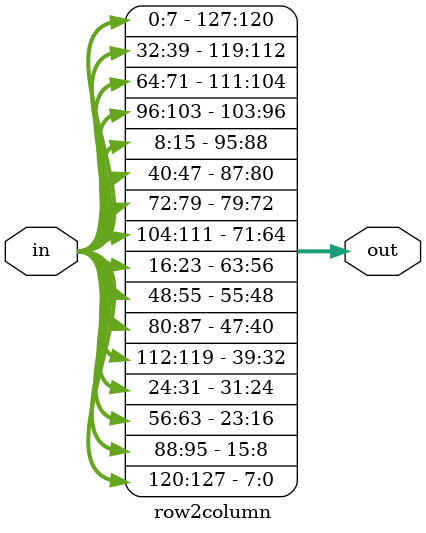
<source format=v>
module row2column(in, out);

input wire[0:127] in;
output wire[0:127] out;

assign out[0:7] = in[0:7];
assign out[8:15] = in[32:39];
assign out[16:23] = in[64:71];
assign out[24:31] = in[96:103];
assign out[32:39] = in[8:15];
assign out[40:47] = in[40:47];
assign out[48:55] = in[72:79];
assign out[56:63] = in[104:111];
assign out[64:71] = in[16:23];
assign out[72:79] = in[48:55];
assign out[80:87] = in[80:87];
assign out[88:95] = in[112:119];
assign out[96:103] = in[24:31];
assign out[104:111] = in[56:63];
assign out[112:119] = in[88:95];
assign out[120:127] = in[120:127];


endmodule

</source>
